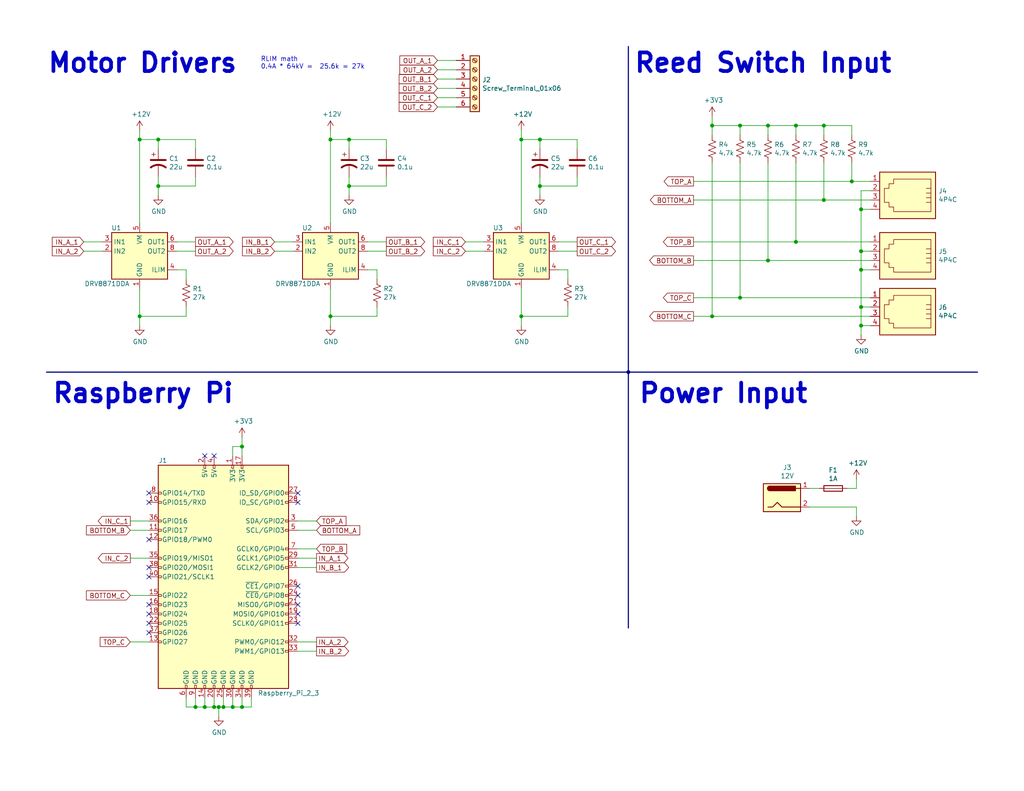
<source format=kicad_sch>
(kicad_sch (version 20230121) (generator eeschema)
  (paper "USLetter")
  (title_block (company "Alex M."))
  (lib_symbols
    (symbol "Connector:4P4C" (pin_names (offset 1.016))
      (property "Reference" "J" (at -5.08 8.89 0))
      (property "Value" "4P4C" (at 2.54 8.89 0))
      (symbol "4P4C_0_1"
        (polyline (pts (xy -6.35 -0.635) (xy -5.08 -0.635) (xy -5.08 -0.635)))
        (polyline (pts (xy -6.35 0.635) (xy -5.08 0.635) (xy -5.08 0.635)))
        (polyline (pts (xy -6.35 1.905) (xy -5.08 1.905) (xy -5.08 1.905)))
        (polyline (pts (xy -6.35 3.175) (xy -5.08 3.175) (xy -5.08 3.175)))
        (polyline (pts (xy -6.35 -3.175) (xy -6.35 5.715) (xy -1.27 5.715) (xy 3.81 5.715) (xy 3.81 4.445) (xy 5.08 4.445) (xy 5.08 3.175) (xy 6.35 3.175) (xy 6.35 -0.635) (xy 5.08 -0.635) (xy 5.08 -1.905) (xy 3.81 -1.905) (xy 3.81 -3.175) (xy -6.35 -3.175) (xy -6.35 -3.175)))
        (rectangle (start 7.62 7.62) (end -7.62 -5.08) (stroke (width 0.254)) (fill (type background)))
      )
      (symbol "4P4C_1_1"
        (pin passive line (at 10.16 -2.54 180) (length 2.54) (name "~") (number "1"))
        (pin passive line (at 10.16 0 180) (length 2.54) (name "~") (number "2"))
        (pin passive line (at 10.16 2.54 180) (length 2.54) (name "~") (number "3"))
        (pin passive line (at 10.16 5.08 180) (length 2.54) (name "~") (number "4"))
      )
    )
    (symbol "Connector:Barrel_Jack" (pin_names (offset 1.016))
      (property "Reference" "J" (at 0 5.334 0))
      (property "Value" "Barrel_Jack" (at 0 -5.08 0))
      (symbol "Barrel_Jack_0_1"
        (rectangle (start -5.08 3.81) (end 5.08 -3.81) (stroke (width 0.254)) (fill (type background)))
        (arc (start -3.302 3.175) (mid -3.9343 2.54) (end -3.302 1.905) (stroke (width 0.254)))
        (arc (start -3.302 3.175) (mid -3.9343 2.54) (end -3.302 1.905) (stroke (width 0.254)) (fill (type outline)))
        (polyline (pts (xy 5.08 2.54) (xy 3.81 2.54)) (stroke (width 0.254)))
        (polyline (pts (xy -3.81 -2.54) (xy -2.54 -2.54) (xy -1.27 -1.27) (xy 0 -2.54) (xy 2.54 -2.54) (xy 5.08 -2.54)) (stroke (width 0.254)))
        (rectangle (start 3.683 3.175) (end -3.302 1.905) (stroke (width 0.254)) (fill (type outline)))
      )
      (symbol "Barrel_Jack_1_1"
        (pin passive line (at 7.62 2.54 180) (length 2.54) (name "~") (number "1"))
        (pin passive line (at 7.62 -2.54 180) (length 2.54) (name "~") (number "2"))
      )
    )
    (symbol "Connector:Raspberry_Pi_2_3" (pin_names (offset 1.016))
      (property "Reference" "J" (at -17.78 31.75 0))
      (property "Value" "Raspberry_Pi_2_3" (at 10.16 -31.75 0))
      (symbol "Raspberry_Pi_2_3_0_1"
        (rectangle (start -17.78 30.48) (end 17.78 -30.48) (stroke (width 0.254)) (fill (type background)))
      )
      (symbol "Raspberry_Pi_2_3_1_1"
        (rectangle (start -16.891 -17.526) (end -17.78 -18.034))
        (rectangle (start -16.891 -14.986) (end -17.78 -15.494))
        (rectangle (start -16.891 -12.446) (end -17.78 -12.954))
        (rectangle (start -16.891 -9.906) (end -17.78 -10.414))
        (rectangle (start -16.891 -7.366) (end -17.78 -7.874))
        (rectangle (start -16.891 -4.826) (end -17.78 -5.334))
        (rectangle (start -16.891 0.254) (end -17.78 -0.254))
        (rectangle (start -16.891 2.794) (end -17.78 2.286))
        (rectangle (start -16.891 5.334) (end -17.78 4.826))
        (rectangle (start -16.891 10.414) (end -17.78 9.906))
        (rectangle (start -16.891 12.954) (end -17.78 12.446))
        (rectangle (start -16.891 15.494) (end -17.78 14.986))
        (rectangle (start -16.891 20.574) (end -17.78 20.066))
        (rectangle (start -16.891 23.114) (end -17.78 22.606))
        (rectangle (start -10.414 -29.591) (end -9.906 -30.48))
        (rectangle (start -7.874 -29.591) (end -7.366 -30.48))
        (rectangle (start -5.334 -29.591) (end -4.826 -30.48))
        (rectangle (start -5.334 30.48) (end -4.826 29.591))
        (rectangle (start -2.794 -29.591) (end -2.286 -30.48))
        (rectangle (start -2.794 30.48) (end -2.286 29.591))
        (rectangle (start -0.254 -29.591) (end 0.254 -30.48))
        (rectangle (start 2.286 -29.591) (end 2.794 -30.48))
        (rectangle (start 2.286 30.48) (end 2.794 29.591))
        (rectangle (start 4.826 -29.591) (end 5.334 -30.48))
        (rectangle (start 4.826 30.48) (end 5.334 29.591))
        (rectangle (start 7.366 -29.591) (end 7.874 -30.48))
        (rectangle (start 17.78 -20.066) (end 16.891 -20.574))
        (rectangle (start 17.78 -17.526) (end 16.891 -18.034))
        (rectangle (start 17.78 -12.446) (end 16.891 -12.954))
        (rectangle (start 17.78 -9.906) (end 16.891 -10.414))
        (rectangle (start 17.78 -7.366) (end 16.891 -7.874))
        (rectangle (start 17.78 -4.826) (end 16.891 -5.334))
        (rectangle (start 17.78 -2.286) (end 16.891 -2.794))
        (rectangle (start 17.78 2.794) (end 16.891 2.286))
        (rectangle (start 17.78 5.334) (end 16.891 4.826))
        (rectangle (start 17.78 7.874) (end 16.891 7.366))
        (rectangle (start 17.78 12.954) (end 16.891 12.446))
        (rectangle (start 17.78 15.494) (end 16.891 14.986))
        (rectangle (start 17.78 20.574) (end 16.891 20.066))
        (rectangle (start 17.78 23.114) (end 16.891 22.606))
        (pin power_in line (at 2.54 33.02 270) (length 2.54) (name "3V3") (number "1"))
        (pin bidirectional line (at -20.32 20.32 0) (length 2.54) (name "GPIO15/RXD") (number "10"))
        (pin bidirectional line (at -20.32 12.7 0) (length 2.54) (name "GPIO17") (number "11"))
        (pin bidirectional line (at -20.32 10.16 0) (length 2.54) (name "GPIO18/PWM0") (number "12"))
        (pin bidirectional line (at -20.32 -17.78 0) (length 2.54) (name "GPIO27") (number "13"))
        (pin power_in line (at -5.08 -33.02 90) (length 2.54) (name "GND") (number "14"))
        (pin bidirectional line (at -20.32 -5.08 0) (length 2.54) (name "GPIO22") (number "15"))
        (pin bidirectional line (at -20.32 -7.62 0) (length 2.54) (name "GPIO23") (number "16"))
        (pin power_in line (at 5.08 33.02 270) (length 2.54) (name "3V3") (number "17"))
        (pin bidirectional line (at -20.32 -10.16 0) (length 2.54) (name "GPIO24") (number "18"))
        (pin bidirectional line (at 20.32 -10.16 180) (length 2.54) (name "MOSI0/GPIO10") (number "19"))
        (pin power_in line (at -5.08 33.02 270) (length 2.54) (name "5V") (number "2"))
        (pin power_in line (at -2.54 -33.02 90) (length 2.54) (name "GND") (number "20"))
        (pin bidirectional line (at 20.32 -7.62 180) (length 2.54) (name "MISO0/GPIO9") (number "21"))
        (pin bidirectional line (at -20.32 -12.7 0) (length 2.54) (name "GPIO25") (number "22"))
        (pin bidirectional line (at 20.32 -12.7 180) (length 2.54) (name "SCLK0/GPIO11") (number "23"))
        (pin bidirectional line (at 20.32 -5.08 180) (length 2.54) (name "~{CE0}/GPIO8") (number "24"))
        (pin power_in line (at 0 -33.02 90) (length 2.54) (name "GND") (number "25"))
        (pin bidirectional line (at 20.32 -2.54 180) (length 2.54) (name "~{CE1}/GPIO7") (number "26"))
        (pin bidirectional line (at 20.32 22.86 180) (length 2.54) (name "ID_SD/GPIO0") (number "27"))
        (pin bidirectional line (at 20.32 20.32 180) (length 2.54) (name "ID_SC/GPIO1") (number "28"))
        (pin bidirectional line (at 20.32 5.08 180) (length 2.54) (name "GCLK1/GPIO5") (number "29"))
        (pin bidirectional line (at 20.32 15.24 180) (length 2.54) (name "SDA/GPIO2") (number "3"))
        (pin power_in line (at 2.54 -33.02 90) (length 2.54) (name "GND") (number "30"))
        (pin bidirectional line (at 20.32 2.54 180) (length 2.54) (name "GCLK2/GPIO6") (number "31"))
        (pin bidirectional line (at 20.32 -17.78 180) (length 2.54) (name "PWM0/GPIO12") (number "32"))
        (pin bidirectional line (at 20.32 -20.32 180) (length 2.54) (name "PWM1/GPIO13") (number "33"))
        (pin power_in line (at 5.08 -33.02 90) (length 2.54) (name "GND") (number "34"))
        (pin bidirectional line (at -20.32 5.08 0) (length 2.54) (name "GPIO19/MISO1") (number "35"))
        (pin bidirectional line (at -20.32 15.24 0) (length 2.54) (name "GPIO16") (number "36"))
        (pin bidirectional line (at -20.32 -15.24 0) (length 2.54) (name "GPIO26") (number "37"))
        (pin bidirectional line (at -20.32 2.54 0) (length 2.54) (name "GPIO20/MOSI1") (number "38"))
        (pin power_in line (at 7.62 -33.02 90) (length 2.54) (name "GND") (number "39"))
        (pin power_in line (at -2.54 33.02 270) (length 2.54) (name "5V") (number "4"))
        (pin bidirectional line (at -20.32 0 0) (length 2.54) (name "GPIO21/SCLK1") (number "40"))
        (pin bidirectional line (at 20.32 12.7 180) (length 2.54) (name "SCL/GPIO3") (number "5"))
        (pin power_in line (at -10.16 -33.02 90) (length 2.54) (name "GND") (number "6"))
        (pin bidirectional line (at 20.32 7.62 180) (length 2.54) (name "GCLK0/GPIO4") (number "7"))
        (pin bidirectional line (at -20.32 22.86 0) (length 2.54) (name "GPIO14/TXD") (number "8"))
        (pin power_in line (at -7.62 -33.02 90) (length 2.54) (name "GND") (number "9"))
      )
    )
    (symbol "Connector:Screw_Terminal_01x06" (pin_names (offset 1.016) hide)
      (property "Reference" "J" (at 0 7.62 0))
      (property "Value" "Screw_Terminal_01x06" (at 0 -10.16 0))
      (symbol "Screw_Terminal_01x06_1_1"
        (rectangle (start -1.27 6.35) (end 1.27 -8.89) (stroke (width 0.254)) (fill (type background)))
        (circle (center 0 -7.62) (radius 0.635) (stroke (width 0.1524)))
        (circle (center 0 -5.08) (radius 0.635) (stroke (width 0.1524)))
        (circle (center 0 -2.54) (radius 0.635) (stroke (width 0.1524)))
        (polyline (pts (xy -0.5334 -7.2898) (xy 0.3302 -8.128)) (stroke (width 0.1524)))
        (polyline (pts (xy -0.5334 -4.7498) (xy 0.3302 -5.588)) (stroke (width 0.1524)))
        (polyline (pts (xy -0.5334 -2.2098) (xy 0.3302 -3.048)) (stroke (width 0.1524)))
        (polyline (pts (xy -0.5334 0.3302) (xy 0.3302 -0.508)) (stroke (width 0.1524)))
        (polyline (pts (xy -0.5334 2.8702) (xy 0.3302 2.032)) (stroke (width 0.1524)))
        (polyline (pts (xy -0.5334 5.4102) (xy 0.3302 4.572)) (stroke (width 0.1524)))
        (polyline (pts (xy -0.3556 -7.112) (xy 0.508 -7.9502)) (stroke (width 0.1524)))
        (polyline (pts (xy -0.3556 -4.572) (xy 0.508 -5.4102)) (stroke (width 0.1524)))
        (polyline (pts (xy -0.3556 -2.032) (xy 0.508 -2.8702)) (stroke (width 0.1524)))
        (polyline (pts (xy -0.3556 0.508) (xy 0.508 -0.3302)) (stroke (width 0.1524)))
        (polyline (pts (xy -0.3556 3.048) (xy 0.508 2.2098)) (stroke (width 0.1524)))
        (polyline (pts (xy -0.3556 5.588) (xy 0.508 4.7498)) (stroke (width 0.1524)))
        (circle (center 0 0) (radius 0.635) (stroke (width 0.1524)))
        (circle (center 0 2.54) (radius 0.635) (stroke (width 0.1524)))
        (circle (center 0 5.08) (radius 0.635) (stroke (width 0.1524)))
        (pin passive line (at -5.08 5.08 0) (length 3.81) (name "Pin_1") (number "1"))
        (pin passive line (at -5.08 2.54 0) (length 3.81) (name "Pin_2") (number "2"))
        (pin passive line (at -5.08 0 0) (length 3.81) (name "Pin_3") (number "3"))
        (pin passive line (at -5.08 -2.54 0) (length 3.81) (name "Pin_4") (number "4"))
        (pin passive line (at -5.08 -5.08 0) (length 3.81) (name "Pin_5") (number "5"))
        (pin passive line (at -5.08 -7.62 0) (length 3.81) (name "Pin_6") (number "6"))
      )
    )
    (symbol "Device:C" (pin_numbers hide) (pin_names (offset 0.254))
      (property "Reference" "C" (at 0.635 2.54 0))
      (property "Value" "C" (at 0.635 -2.54 0))
      (symbol "C_0_1"
        (polyline (pts (xy -2.032 -0.762) (xy 2.032 -0.762)) (stroke (width 0.508)))
        (polyline (pts (xy -2.032 0.762) (xy 2.032 0.762)) (stroke (width 0.508)))
      )
      (symbol "C_1_1"
        (pin passive line (at 0 3.81 270) (length 2.794) (name "~") (number "1"))
        (pin passive line (at 0 -3.81 90) (length 2.794) (name "~") (number "2"))
      )
    )
    (symbol "Device:Fuse" (pin_numbers hide) (pin_names (offset 0))
      (property "Reference" "F" (at 2.032 0 90))
      (property "Value" "Fuse" (at -1.905 0 90))
      (symbol "Fuse_0_1"
        (rectangle (start -0.762 -2.54) (end 0.762 2.54) (stroke (width 0.254)))
        (polyline (pts (xy 0 2.54) (xy 0 -2.54)))
      )
      (symbol "Fuse_1_1"
        (pin passive line (at 0 3.81 270) (length 1.27) (name "~") (number "1"))
        (pin passive line (at 0 -3.81 90) (length 1.27) (name "~") (number "2"))
      )
    )
    (symbol "Device:R_US" (pin_numbers hide) (pin_names (offset 0))
      (property "Reference" "R" (at 2.54 0 90))
      (property "Value" "R_US" (at -2.54 0 90))
      (symbol "R_US_0_1"
        (polyline (pts (xy 0 -2.286) (xy 0 -2.54)))
        (polyline (pts (xy 0 2.286) (xy 0 2.54)))
        (polyline (pts (xy 0 -0.762) (xy 1.016 -1.143) (xy 0 -1.524) (xy -1.016 -1.905) (xy 0 -2.286)))
        (polyline (pts (xy 0 0.762) (xy 1.016 0.381) (xy 0 0) (xy -1.016 -0.381) (xy 0 -0.762)))
        (polyline (pts (xy 0 2.286) (xy 1.016 1.905) (xy 0 1.524) (xy -1.016 1.143) (xy 0 0.762)))
      )
      (symbol "R_US_1_1"
        (pin passive line (at 0 3.81 270) (length 1.27) (name "~") (number "1"))
        (pin passive line (at 0 -3.81 90) (length 1.27) (name "~") (number "2"))
      )
    )
    (symbol "Driver_Motor:DRV8871DDA"
      (property "Reference" "U" (at -6.35 6.35 0))
      (property "Value" "DRV8871DDA" (at 8.89 6.35 0))
      (symbol "DRV8871DDA_0_1"
        (rectangle (start -7.62 5.08) (end 7.62 -7.62) (stroke (width 0.254)) (fill (type background)))
      )
      (symbol "DRV8871DDA_1_1"
        (pin power_in line (at 0 -10.16 90) (length 2.54) (name "GND") (number "1"))
        (pin input line (at -10.16 0 0) (length 2.54) (name "IN2") (number "2"))
        (pin input line (at -10.16 2.54 0) (length 2.54) (name "IN1") (number "3"))
        (pin passive line (at 10.16 -5.08 180) (length 2.54) (name "ILIM") (number "4"))
        (pin power_in line (at 0 7.62 270) (length 2.54) (name "VM") (number "5"))
        (pin output line (at 10.16 2.54 180) (length 2.54) (name "OUT1") (number "6"))
        (pin passive line (at 0 -10.16 90) (length 2.54) hide (name "GND") (number "7"))
        (pin output line (at 10.16 0 180) (length 2.54) (name "OUT2") (number "8"))
        (pin passive line (at 0 -10.16 90) (length 2.54) hide (name "GND") (number "9"))
      )
    )
    (symbol "cover-rescue:CP1-Device" (pin_numbers hide) (pin_names (offset 0.254) hide)
      (property "Reference" "C" (at 0.635 2.54 0))
      (property "Value" "Device_CP1" (at 0.635 -2.54 0))
      (symbol "CP1-Device_0_1"
        (polyline (pts (xy -2.032 0.762) (xy 2.032 0.762)) (stroke (width 0.508)))
        (polyline (pts (xy -1.778 2.286) (xy -0.762 2.286)))
        (polyline (pts (xy -1.27 1.778) (xy -1.27 2.794)))
        (arc (start 2.032 -1.27) (mid 0 -0.5572) (end -2.032 -1.27) (stroke (width 0.508)))
      )
      (symbol "CP1-Device_1_1"
        (pin passive line (at 0 3.81 270) (length 2.794) (name "~") (number "1"))
        (pin passive line (at 0 -3.81 90) (length 3.302) (name "~") (number "2"))
      )
    )
    (symbol "power:+12V" (power) (pin_names (offset 0))
      (property "Value" "+12V" (at 0 3.556 0))
      (symbol "+12V_0_1"
        (polyline (pts (xy -0.762 1.27) (xy 0 2.54)))
        (polyline (pts (xy 0 0) (xy 0 2.54)))
        (polyline (pts (xy 0 2.54) (xy 0.762 1.27)))
      )
      (symbol "+12V_1_1"
        (pin power_in line (at 0 0 90) (length 0) hide (name "+12V") (number "1"))
      )
    )
    (symbol "power:+3V3" (power) (pin_names (offset 0))
      (property "Value" "+3V3" (at 0 3.556 0))
      (symbol "+3V3_0_1"
        (polyline (pts (xy -0.762 1.27) (xy 0 2.54)))
        (polyline (pts (xy 0 0) (xy 0 2.54)))
        (polyline (pts (xy 0 2.54) (xy 0.762 1.27)))
      )
      (symbol "+3V3_1_1"
        (pin power_in line (at 0 0 90) (length 0) hide (name "+3V3") (number "1"))
      )
    )
    (symbol "power:GND" (power) (pin_names (offset 0))
      (property "Value" "GND" (at 0 -3.81 0))
      (symbol "GND_0_1"
        (polyline (pts (xy 0 0) (xy 0 -1.27) (xy 1.27 -1.27) (xy 0 -2.54) (xy -1.27 -1.27) (xy 0 -1.27)))
      )
      (symbol "GND_1_1"
        (pin power_in line (at 0 0 270) (length 0) hide (name "GND") (number "1"))
      )
    )
  )
  (junction (at 209.55 71.12))
  (junction (at 58.42 193.04))
  (junction (at 63.5 193.04))
  (junction (at 60.96 193.04))
  (junction (at 142.24 38.1))
  (junction (at 234.95 68.58))
  (junction (at 209.55 34.29))
  (junction (at 66.04 121.92))
  (junction (at 38.1 38.1))
  (junction (at 142.24 86.36))
  (junction (at 194.31 34.29))
  (junction (at 234.95 88.9))
  (junction (at 234.95 73.66))
  (junction (at 224.79 34.29))
  (junction (at 232.41 49.53))
  (junction (at 201.93 34.29))
  (junction (at 95.25 38.1))
  (junction (at 53.34 193.04))
  (junction (at 201.93 81.28))
  (junction (at 234.95 83.82))
  (junction (at 224.79 54.61))
  (junction (at 59.69 193.04))
  (junction (at 217.17 66.04))
  (junction (at 38.1 86.36))
  (junction (at 95.25 50.8))
  (junction (at 43.18 38.1))
  (junction (at 234.95 57.15))
  (junction (at 147.32 50.8))
  (junction (at 171.45 101.6))
  (junction (at 66.04 193.04))
  (junction (at 43.18 50.8))
  (junction (at 147.32 38.1))
  (junction (at 217.17 34.29))
  (junction (at 55.88 193.04))
  (junction (at 90.17 86.36))
  (junction (at 90.17 38.1))
  (junction (at 194.31 86.36))
  (no_connect (at 81.28 134.62))
  (no_connect (at 40.64 134.62))
  (no_connect (at 81.28 170.18))
  (no_connect (at 81.28 162.56))
  (no_connect (at 40.64 137.16))
  (no_connect (at 40.64 147.32))
  (no_connect (at 40.64 157.48))
  (no_connect (at 40.64 170.18))
  (no_connect (at 81.28 165.1))
  (no_connect (at 40.64 167.64))
  (no_connect (at 40.64 172.72))
  (no_connect (at 81.28 137.16))
  (no_connect (at 81.28 167.64))
  (no_connect (at 40.64 165.1))
  (no_connect (at 55.88 124.46))
  (no_connect (at 81.28 160.02))
  (no_connect (at 58.42 124.46))
  (no_connect (at 40.64 154.94))
  (wire (pts (xy 237.49 57.15) (xy 234.95 57.15)))
  (wire (pts (xy 81.28 175.26) (xy 86.36 175.26)))
  (wire (pts (xy 105.41 50.8) (xy 105.41 48.26)))
  (wire (pts (xy 90.17 38.1) (xy 90.17 60.96)))
  (wire (pts (xy 127 66.04) (xy 132.08 66.04)))
  (wire (pts (xy 209.55 34.29) (xy 209.55 36.83)))
  (wire (pts (xy 95.25 38.1) (xy 90.17 38.1)))
  (wire (pts (xy 100.33 66.04) (xy 105.41 66.04)))
  (wire (pts (xy 100.33 68.58) (xy 105.41 68.58)))
  (wire (pts (xy 102.87 73.66) (xy 102.87 76.2)))
  (wire (pts (xy 60.96 190.5) (xy 60.96 193.04)))
  (wire (pts (xy 63.5 121.92) (xy 66.04 121.92)))
  (wire (pts (xy 81.28 144.78) (xy 86.36 144.78)))
  (wire (pts (xy 48.26 66.04) (xy 53.34 66.04)))
  (wire (pts (xy 233.68 133.35) (xy 233.68 130.81)))
  (wire (pts (xy 53.34 190.5) (xy 53.34 193.04)))
  (wire (pts (xy 105.41 38.1) (xy 105.41 40.64)))
  (wire (pts (xy 119.38 24.13) (xy 124.46 24.13)))
  (wire (pts (xy 55.88 190.5) (xy 55.88 193.04)))
  (wire (pts (xy 119.38 19.05) (xy 124.46 19.05)))
  (wire (pts (xy 81.28 177.8) (xy 86.36 177.8)))
  (wire (pts (xy 217.17 34.29) (xy 217.17 36.83)))
  (wire (pts (xy 58.42 190.5) (xy 58.42 193.04)))
  (wire (pts (xy 43.18 48.26) (xy 43.18 50.8)))
  (wire (pts (xy 100.33 73.66) (xy 102.87 73.66)))
  (wire (pts (xy 152.4 73.66) (xy 154.94 73.66)))
  (wire (pts (xy 201.93 81.28) (xy 201.93 44.45)))
  (wire (pts (xy 147.32 53.34) (xy 147.32 50.8)))
  (wire (pts (xy 66.04 121.92) (xy 66.04 124.46)))
  (wire (pts (xy 35.56 175.26) (xy 40.64 175.26)))
  (wire (pts (xy 189.23 81.28) (xy 201.93 81.28)))
  (wire (pts (xy 217.17 34.29) (xy 224.79 34.29)))
  (wire (pts (xy 43.18 50.8) (xy 53.34 50.8)))
  (wire (pts (xy 38.1 38.1) (xy 38.1 60.96)))
  (bus (pts (xy 171.45 101.6) (xy 266.7 101.6)))
  (wire (pts (xy 217.17 66.04) (xy 189.23 66.04)))
  (wire (pts (xy 224.79 54.61) (xy 224.79 44.45)))
  (wire (pts (xy 209.55 71.12) (xy 209.55 44.45)))
  (wire (pts (xy 95.25 48.26) (xy 95.25 50.8)))
  (wire (pts (xy 38.1 86.36) (xy 38.1 88.9)))
  (wire (pts (xy 74.93 68.58) (xy 80.01 68.58)))
  (wire (pts (xy 237.49 73.66) (xy 234.95 73.66)))
  (wire (pts (xy 48.26 73.66) (xy 50.8 73.66)))
  (wire (pts (xy 68.58 193.04) (xy 68.58 190.5)))
  (wire (pts (xy 35.56 162.56) (xy 40.64 162.56)))
  (wire (pts (xy 147.32 50.8) (xy 157.48 50.8)))
  (wire (pts (xy 231.14 133.35) (xy 233.68 133.35)))
  (wire (pts (xy 81.28 152.4) (xy 86.36 152.4)))
  (wire (pts (xy 55.88 193.04) (xy 58.42 193.04)))
  (bus (pts (xy 12.7 101.6) (xy 171.45 101.6)))
  (wire (pts (xy 90.17 78.74) (xy 90.17 86.36)))
  (wire (pts (xy 232.41 34.29) (xy 232.41 36.83)))
  (wire (pts (xy 237.49 49.53) (xy 232.41 49.53)))
  (wire (pts (xy 50.8 83.82) (xy 50.8 86.36)))
  (wire (pts (xy 217.17 66.04) (xy 217.17 44.45)))
  (wire (pts (xy 40.64 142.24) (xy 35.56 142.24)))
  (wire (pts (xy 127 68.58) (xy 132.08 68.58)))
  (wire (pts (xy 119.38 21.59) (xy 124.46 21.59)))
  (wire (pts (xy 152.4 66.04) (xy 157.48 66.04)))
  (wire (pts (xy 224.79 34.29) (xy 224.79 36.83)))
  (wire (pts (xy 224.79 34.29) (xy 232.41 34.29)))
  (wire (pts (xy 157.48 50.8) (xy 157.48 48.26)))
  (wire (pts (xy 63.5 190.5) (xy 63.5 193.04)))
  (wire (pts (xy 147.32 48.26) (xy 147.32 50.8)))
  (wire (pts (xy 234.95 83.82) (xy 234.95 88.9)))
  (wire (pts (xy 48.26 68.58) (xy 53.34 68.58)))
  (wire (pts (xy 22.86 66.04) (xy 27.94 66.04)))
  (wire (pts (xy 220.98 133.35) (xy 223.52 133.35)))
  (wire (pts (xy 102.87 83.82) (xy 102.87 86.36)))
  (wire (pts (xy 22.86 68.58) (xy 27.94 68.58)))
  (wire (pts (xy 63.5 193.04) (xy 66.04 193.04)))
  (wire (pts (xy 220.98 138.43) (xy 233.68 138.43)))
  (wire (pts (xy 194.31 34.29) (xy 194.31 31.75)))
  (bus (pts (xy 171.45 101.6) (xy 171.45 171.45)))
  (wire (pts (xy 119.38 26.67) (xy 124.46 26.67)))
  (wire (pts (xy 142.24 38.1) (xy 142.24 60.96)))
  (wire (pts (xy 237.49 71.12) (xy 209.55 71.12)))
  (wire (pts (xy 119.38 29.21) (xy 124.46 29.21)))
  (wire (pts (xy 53.34 193.04) (xy 55.88 193.04)))
  (wire (pts (xy 157.48 38.1) (xy 157.48 40.64)))
  (wire (pts (xy 237.49 68.58) (xy 234.95 68.58)))
  (wire (pts (xy 234.95 73.66) (xy 234.95 83.82)))
  (wire (pts (xy 147.32 40.64) (xy 147.32 38.1)))
  (wire (pts (xy 237.49 83.82) (xy 234.95 83.82)))
  (wire (pts (xy 66.04 190.5) (xy 66.04 193.04)))
  (wire (pts (xy 209.55 34.29) (xy 217.17 34.29)))
  (wire (pts (xy 237.49 52.07) (xy 234.95 52.07)))
  (wire (pts (xy 147.32 38.1) (xy 142.24 38.1)))
  (wire (pts (xy 237.49 86.36) (xy 194.31 86.36)))
  (wire (pts (xy 50.8 73.66) (xy 50.8 76.2)))
  (wire (pts (xy 50.8 86.36) (xy 38.1 86.36)))
  (wire (pts (xy 81.28 149.86) (xy 86.36 149.86)))
  (wire (pts (xy 237.49 88.9) (xy 234.95 88.9)))
  (wire (pts (xy 50.8 190.5) (xy 50.8 193.04)))
  (wire (pts (xy 59.69 195.58) (xy 59.69 193.04)))
  (wire (pts (xy 194.31 34.29) (xy 201.93 34.29)))
  (wire (pts (xy 38.1 78.74) (xy 38.1 86.36)))
  (wire (pts (xy 58.42 193.04) (xy 59.69 193.04)))
  (wire (pts (xy 154.94 83.82) (xy 154.94 86.36)))
  (wire (pts (xy 147.32 38.1) (xy 157.48 38.1)))
  (wire (pts (xy 63.5 124.46) (xy 63.5 121.92)))
  (wire (pts (xy 38.1 38.1) (xy 38.1 35.56)))
  (wire (pts (xy 152.4 68.58) (xy 157.48 68.58)))
  (wire (pts (xy 66.04 121.92) (xy 66.04 119.38)))
  (wire (pts (xy 90.17 38.1) (xy 90.17 35.56)))
  (wire (pts (xy 237.49 81.28) (xy 201.93 81.28)))
  (wire (pts (xy 189.23 71.12) (xy 209.55 71.12)))
  (wire (pts (xy 74.93 66.04) (xy 80.01 66.04)))
  (wire (pts (xy 154.94 86.36) (xy 142.24 86.36)))
  (wire (pts (xy 50.8 193.04) (xy 53.34 193.04)))
  (wire (pts (xy 232.41 49.53) (xy 232.41 44.45)))
  (wire (pts (xy 90.17 86.36) (xy 90.17 88.9)))
  (wire (pts (xy 35.56 144.78) (xy 40.64 144.78)))
  (wire (pts (xy 43.18 38.1) (xy 38.1 38.1)))
  (wire (pts (xy 234.95 68.58) (xy 234.95 73.66)))
  (wire (pts (xy 194.31 36.83) (xy 194.31 34.29)))
  (wire (pts (xy 81.28 142.24) (xy 86.36 142.24)))
  (wire (pts (xy 53.34 50.8) (xy 53.34 48.26)))
  (wire (pts (xy 237.49 66.04) (xy 217.17 66.04)))
  (wire (pts (xy 95.25 53.34) (xy 95.25 50.8)))
  (wire (pts (xy 232.41 49.53) (xy 189.23 49.53)))
  (wire (pts (xy 95.25 50.8) (xy 105.41 50.8)))
  (wire (pts (xy 224.79 54.61) (xy 189.23 54.61)))
  (wire (pts (xy 154.94 73.66) (xy 154.94 76.2)))
  (wire (pts (xy 142.24 86.36) (xy 142.24 88.9)))
  (wire (pts (xy 237.49 54.61) (xy 224.79 54.61)))
  (wire (pts (xy 234.95 57.15) (xy 234.95 68.58)))
  (wire (pts (xy 201.93 34.29) (xy 201.93 36.83)))
  (wire (pts (xy 95.25 40.64) (xy 95.25 38.1)))
  (wire (pts (xy 142.24 78.74) (xy 142.24 86.36)))
  (wire (pts (xy 189.23 86.36) (xy 194.31 86.36)))
  (wire (pts (xy 43.18 40.64) (xy 43.18 38.1)))
  (wire (pts (xy 59.69 193.04) (xy 60.96 193.04)))
  (wire (pts (xy 234.95 88.9) (xy 234.95 91.44)))
  (wire (pts (xy 194.31 86.36) (xy 194.31 44.45)))
  (wire (pts (xy 81.28 154.94) (xy 86.36 154.94)))
  (wire (pts (xy 60.96 193.04) (xy 63.5 193.04)))
  (wire (pts (xy 43.18 38.1) (xy 53.34 38.1)))
  (wire (pts (xy 66.04 193.04) (xy 68.58 193.04)))
  (bus (pts (xy 171.45 101.6) (xy 171.45 12.7)))
  (wire (pts (xy 119.38 16.51) (xy 124.46 16.51)))
  (wire (pts (xy 102.87 86.36) (xy 90.17 86.36)))
  (wire (pts (xy 43.18 53.34) (xy 43.18 50.8)))
  (wire (pts (xy 53.34 38.1) (xy 53.34 40.64)))
  (wire (pts (xy 201.93 34.29) (xy 209.55 34.29)))
  (wire (pts (xy 95.25 38.1) (xy 105.41 38.1)))
  (wire (pts (xy 35.56 152.4) (xy 40.64 152.4)))
  (wire (pts (xy 233.68 138.43) (xy 233.68 140.97)))
  (wire (pts (xy 234.95 52.07) (xy 234.95 57.15)))
  (wire (pts (xy 142.24 38.1) (xy 142.24 35.56)))
  (text "Power Input" (at 173.99 110.49 0) (effects (font (size 5.08 5.08) (thickness 1.016) bold) (justify left bottom)))
  (text "Raspberry Pi" (at 13.97 110.49 0) (effects (font (size 5.08 5.08) (thickness 1.016) bold) (justify left bottom)))
  (text "Motor Drivers" (at 12.7 20.32 0) (effects (font (size 5.08 5.08) (thickness 1.016) bold) (justify left bottom)))
  (text "Reed Switch Input" (at 172.72 20.32 0) (effects (font (size 5.08 5.08) (thickness 1.016) bold) (justify left bottom)))
  (text "RLIM math\n0.4A * 64kV =  25.6k = 27k" (at 71.12 19.05 0) (effects (font (size 1.27 1.27)) (justify left bottom)))
  (global_label "IN_B_1" (shape input) (at 74.93 66.04 180) (property "Intersheetrefs" "${INTERSHEET_REFS}" (effects hide)))
  (global_label "TOP_A" (shape output) (at 189.23 49.53 180) (property "Intersheetrefs" "${INTERSHEET_REFS}" (effects hide)))
  (global_label "IN_B_2" (shape input) (at 74.93 68.58 180) (property "Intersheetrefs" "${INTERSHEET_REFS}" (effects hide)))
  (global_label "OUT_A_1" (shape input) (at 119.38 16.51 180) (property "Intersheetrefs" "${INTERSHEET_REFS}" (effects hide)))
  (global_label "BOTTOM_B" (shape input) (at 35.56 144.78 180) (property "Intersheetrefs" "${INTERSHEET_REFS}" (effects hide)))
  (global_label "OUT_C_1" (shape input) (at 119.38 26.67 180) (property "Intersheetrefs" "${INTERSHEET_REFS}" (effects hide)))
  (global_label "OUT_B_1" (shape input) (at 119.38 21.59 180) (property "Intersheetrefs" "${INTERSHEET_REFS}" (effects hide)))
  (global_label "BOTTOM_A" (shape output) (at 189.23 54.61 180) (property "Intersheetrefs" "${INTERSHEET_REFS}" (effects hide)))
  (global_label "IN_A_2" (shape input) (at 22.86 68.58 180) (property "Intersheetrefs" "${INTERSHEET_REFS}" (effects hide)))
  (global_label "OUT_B_2" (shape output) (at 105.41 68.58 0) (property "Intersheetrefs" "${INTERSHEET_REFS}" (effects hide)))
  (global_label "IN_A_2" (shape output) (at 86.36 175.26 0) (property "Intersheetrefs" "${INTERSHEET_REFS}" (effects hide)))
  (global_label "IN_C_2" (shape input) (at 127 68.58 180) (property "Intersheetrefs" "${INTERSHEET_REFS}" (effects hide)))
  (global_label "OUT_C_2" (shape output) (at 157.48 68.58 0) (property "Intersheetrefs" "${INTERSHEET_REFS}" (effects hide)))
  (global_label "IN_C_1" (shape input) (at 127 66.04 180) (property "Intersheetrefs" "${INTERSHEET_REFS}" (effects hide)))
  (global_label "TOP_C" (shape output) (at 189.23 81.28 180) (property "Intersheetrefs" "${INTERSHEET_REFS}" (effects hide)))
  (global_label "OUT_C_2" (shape input) (at 119.38 29.21 180) (property "Intersheetrefs" "${INTERSHEET_REFS}" (effects hide)))
  (global_label "OUT_A_1" (shape output) (at 53.34 66.04 0) (property "Intersheetrefs" "${INTERSHEET_REFS}" (effects hide)))
  (global_label "OUT_B_2" (shape input) (at 119.38 24.13 180) (property "Intersheetrefs" "${INTERSHEET_REFS}" (effects hide)))
  (global_label "TOP_B" (shape input) (at 86.36 149.86 0) (property "Intersheetrefs" "${INTERSHEET_REFS}" (effects hide)))
  (global_label "TOP_A" (shape input) (at 86.36 142.24 0) (property "Intersheetrefs" "${INTERSHEET_REFS}" (effects hide)))
  (global_label "BOTTOM_C" (shape output) (at 189.23 86.36 180) (property "Intersheetrefs" "${INTERSHEET_REFS}" (effects hide)))
  (global_label "OUT_C_1" (shape output) (at 157.48 66.04 0) (property "Intersheetrefs" "${INTERSHEET_REFS}" (effects hide)))
  (global_label "IN_B_2" (shape output) (at 86.36 177.8 0) (property "Intersheetrefs" "${INTERSHEET_REFS}" (effects hide)))
  (global_label "OUT_A_2" (shape input) (at 119.38 19.05 180) (property "Intersheetrefs" "${INTERSHEET_REFS}" (effects hide)))
  (global_label "IN_A_1" (shape output) (at 86.36 152.4 0) (property "Intersheetrefs" "${INTERSHEET_REFS}" (effects hide)))
  (global_label "IN_C_1" (shape output) (at 35.56 142.24 180) (property "Intersheetrefs" "${INTERSHEET_REFS}" (effects hide)))
  (global_label "TOP_B" (shape output) (at 189.23 66.04 180) (property "Intersheetrefs" "${INTERSHEET_REFS}" (effects hide)))
  (global_label "IN_A_1" (shape input) (at 22.86 66.04 180) (property "Intersheetrefs" "${INTERSHEET_REFS}" (effects hide)))
  (global_label "BOTTOM_A" (shape input) (at 86.36 144.78 0) (property "Intersheetrefs" "${INTERSHEET_REFS}" (effects hide)))
  (global_label "TOP_C" (shape input) (at 35.56 175.26 180) (property "Intersheetrefs" "${INTERSHEET_REFS}" (effects hide)))
  (global_label "BOTTOM_B" (shape output) (at 189.23 71.12 180) (property "Intersheetrefs" "${INTERSHEET_REFS}" (effects hide)))
  (global_label "OUT_A_2" (shape output) (at 53.34 68.58 0) (property "Intersheetrefs" "${INTERSHEET_REFS}" (effects hide)))
  (global_label "IN_B_1" (shape output) (at 86.36 154.94 0) (property "Intersheetrefs" "${INTERSHEET_REFS}" (effects hide)))
  (global_label "BOTTOM_C" (shape input) (at 35.56 162.56 180) (property "Intersheetrefs" "${INTERSHEET_REFS}" (effects hide)))
  (global_label "IN_C_2" (shape output) (at 35.56 152.4 180) (property "Intersheetrefs" "${INTERSHEET_REFS}" (effects hide)))
  (global_label "OUT_B_1" (shape output) (at 105.41 66.04 0) (property "Intersheetrefs" "${INTERSHEET_REFS}" (effects hide)))
  (symbol (lib_id "Connector:Raspberry_Pi_2_3") (at 60.96 157.48 0) (unit 1)
    (property "Reference" "J1" (at 44.45 125.73 0))
    (property "Value" "Raspberry_Pi_2_3" (at 78.74 189.23 0))
    (property "Footprint" "Connector_PinHeader_2.54mm:PinHeader_2x20_P2.54mm_Vertical" (effects hide))
    (property "Datasheet" "https://www.raspberrypi.org/documentation/hardware/raspberrypi/schematics/rpi_SCH_3bplus_1p0_reduced.pdf" (effects hide))
  )
  (symbol (lib_id "power:GND") (at 59.69 195.58 0) (unit 1)
    (property "Reference" "#PWR0101" (effects hide))
    (property "Value" "GND" (at 59.817 199.9742 0))
  )
  (symbol (lib_id "power:+3V3") (at 66.04 119.38 0) (unit 1)
    (property "Reference" "#PWR0102" (effects hide))
    (property "Value" "+3V3" (at 66.421 114.9858 0))
  )
  (symbol (lib_id "Driver_Motor:DRV8871DDA") (at 38.1 68.58 0) (unit 1)
    (property "Reference" "U1" (at 31.75 62.23 0))
    (property "Value" "DRV8871DDA" (at 29.21 77.47 0))
    (property "Footprint" "Package_SO:Texas_HTSOP-8-1EP_3.9x4.9mm_P1.27mm_EP2.95x4.9mm_Mask2.4x3.1mm_ThermalVias" (effects hide))
    (property "Datasheet" "http://www.ti.com/lit/ds/symlink/drv8871.pdf" (effects hide))
  )
  (symbol (lib_id "Device:R_US") (at 50.8 80.01 0) (unit 1)
    (property "Reference" "R1" (at 52.5272 78.8416 0) (effects (justify left)))
    (property "Value" "27k" (at 52.5272 81.153 0) (effects (justify left)))
    (property "Footprint" "Resistor_SMD:R_0603_1608Metric" (effects hide))
  )
  (symbol (lib_id "power:GND") (at 38.1 88.9 0) (unit 1)
    (property "Reference" "#PWR0107" (effects hide))
    (property "Value" "GND" (at 38.227 93.2942 0))
  )
  (symbol (lib_id "cover-rescue:CP1-Device") (at 43.18 44.45 0) (unit 1)
    (property "Reference" "C1" (at 46.101 43.2816 0) (effects (justify left)))
    (property "Value" "22u" (at 46.101 45.593 0) (effects (justify left)))
    (property "Footprint" "Capacitor_THT:CP_Radial_D5.0mm_P2.00mm" (effects hide))
  )
  (symbol (lib_id "Device:C") (at 53.34 44.45 0) (unit 1)
    (property "Reference" "C2" (at 56.261 43.2816 0) (effects (justify left)))
    (property "Value" "0.1u" (at 56.261 45.593 0) (effects (justify left)))
    (property "Footprint" "Capacitor_SMD:C_0603_1608Metric" (effects hide))
  )
  (symbol (lib_id "power:+12V") (at 38.1 35.56 0) (unit 1)
    (property "Reference" "#PWR0106" (effects hide))
    (property "Value" "+12V" (at 38.481 31.1658 0))
  )
  (symbol (lib_id "power:GND") (at 43.18 53.34 0) (unit 1)
    (property "Reference" "#PWR0105" (effects hide))
    (property "Value" "GND" (at 43.307 57.7342 0))
  )
  (symbol (lib_id "Device:R_US") (at 232.41 40.64 0) (unit 1)
    (property "Reference" "R9" (at 234.1372 39.4716 0) (effects (justify left)))
    (property "Value" "4.7k" (at 234.1372 41.783 0) (effects (justify left)))
    (property "Footprint" "Resistor_SMD:R_0603_1608Metric" (effects hide))
  )
  (symbol (lib_id "Connector:Barrel_Jack") (at 213.36 135.89 0) (unit 1)
    (property "Reference" "J3" (at 214.8078 127.635 0))
    (property "Value" "12V" (at 214.8078 129.9464 0))
    (property "Footprint" "Connector_BarrelJack:BarrelJack_CUI_PJ-102AH_Horizontal" (effects hide))
  )
  (symbol (lib_id "Connector:4P4C") (at 247.65 52.07 180) (unit 1)
    (property "Reference" "J4" (at 256.032 52.1716 0) (effects (justify right)))
    (property "Value" "4P4C" (at 256.032 54.483 0) (effects (justify right)))
    (property "Footprint" "Alex:A-2004-3-4-LP-N-R" (effects hide))
  )
  (symbol (lib_id "power:GND") (at 233.68 140.97 0) (unit 1)
    (property "Reference" "#PWR0103" (effects hide))
    (property "Value" "GND" (at 233.807 145.3642 0))
  )
  (symbol (lib_id "Device:Fuse") (at 227.33 133.35 270) (unit 1)
    (property "Reference" "F1" (at 227.33 128.3462 90))
    (property "Value" "1A" (at 227.33 130.6576 90))
    (property "Footprint" "Fuse:Fuseholder_Cylinder-5x20mm_Schurter_0031_8201_Horizontal_Open" (effects hide))
  )
  (symbol (lib_id "power:+12V") (at 233.68 130.81 0) (unit 1)
    (property "Reference" "#PWR0104" (effects hide))
    (property "Value" "+12V" (at 234.061 126.4158 0))
  )
  (symbol (lib_id "Device:R_US") (at 224.79 40.64 0) (unit 1)
    (property "Reference" "R8" (at 226.5172 39.4716 0) (effects (justify left)))
    (property "Value" "4.7k" (at 226.5172 41.783 0) (effects (justify left)))
    (property "Footprint" "Resistor_SMD:R_0603_1608Metric" (effects hide))
  )
  (symbol (lib_id "Device:R_US") (at 217.17 40.64 0) (unit 1)
    (property "Reference" "R7" (at 218.8972 39.4716 0) (effects (justify left)))
    (property "Value" "4.7k" (at 218.8972 41.783 0) (effects (justify left)))
    (property "Footprint" "Resistor_SMD:R_0603_1608Metric" (effects hide))
  )
  (symbol (lib_id "Device:R_US") (at 209.55 40.64 0) (unit 1)
    (property "Reference" "R6" (at 211.2772 39.4716 0) (effects (justify left)))
    (property "Value" "4.7k" (at 211.2772 41.783 0) (effects (justify left)))
    (property "Footprint" "Resistor_SMD:R_0603_1608Metric" (effects hide))
  )
  (symbol (lib_id "Device:R_US") (at 201.93 40.64 0) (unit 1)
    (property "Reference" "R5" (at 203.6572 39.4716 0) (effects (justify left)))
    (property "Value" "4.7k" (at 203.6572 41.783 0) (effects (justify left)))
    (property "Footprint" "Resistor_SMD:R_0603_1608Metric" (effects hide))
  )
  (symbol (lib_id "Device:R_US") (at 194.31 40.64 0) (unit 1)
    (property "Reference" "R4" (at 196.0372 39.4716 0) (effects (justify left)))
    (property "Value" "4.7k" (at 196.0372 41.783 0) (effects (justify left)))
    (property "Footprint" "Resistor_SMD:R_0603_1608Metric" (effects hide))
  )
  (symbol (lib_id "power:+3V3") (at 194.31 31.75 0) (unit 1)
    (property "Reference" "#PWR0108" (effects hide))
    (property "Value" "+3V3" (at 194.691 27.3558 0))
  )
  (symbol (lib_id "power:GND") (at 234.95 91.44 0) (unit 1)
    (property "Reference" "#PWR0109" (effects hide))
    (property "Value" "GND" (at 235.077 95.8342 0))
  )
  (symbol (lib_id "Connector:Screw_Terminal_01x06") (at 129.54 21.59 0) (unit 1)
    (property "Reference" "J2" (at 131.572 21.7932 0) (effects (justify left)))
    (property "Value" "Screw_Terminal_01x06" (at 131.572 24.1046 0) (effects (justify left)))
    (property "Footprint" "TerminalBlock_Phoenix:TerminalBlock_Phoenix_MKDS-1,5-6_1x06_P5.00mm_Horizontal" (effects hide))
  )
  (symbol (lib_id "power:GND") (at 95.25 53.34 0) (unit 1)
    (property "Reference" "#PWR0110" (effects hide))
    (property "Value" "GND" (at 95.377 57.7342 0))
  )
  (symbol (lib_id "power:+12V") (at 90.17 35.56 0) (unit 1)
    (property "Reference" "#PWR0111" (effects hide))
    (property "Value" "+12V" (at 90.551 31.1658 0))
  )
  (symbol (lib_id "Device:C") (at 105.41 44.45 0) (unit 1)
    (property "Reference" "C4" (at 108.331 43.2816 0) (effects (justify left)))
    (property "Value" "0.1u" (at 108.331 45.593 0) (effects (justify left)))
    (property "Footprint" "Capacitor_SMD:C_0603_1608Metric" (effects hide))
  )
  (symbol (lib_id "cover-rescue:CP1-Device") (at 95.25 44.45 0) (unit 1)
    (property "Reference" "C3" (at 98.171 43.2816 0) (effects (justify left)))
    (property "Value" "22u" (at 98.171 45.593 0) (effects (justify left)))
    (property "Footprint" "Capacitor_THT:CP_Radial_D5.0mm_P2.00mm" (effects hide))
  )
  (symbol (lib_id "power:GND") (at 90.17 88.9 0) (unit 1)
    (property "Reference" "#PWR0112" (effects hide))
    (property "Value" "GND" (at 90.297 93.2942 0))
  )
  (symbol (lib_id "Driver_Motor:DRV8871DDA") (at 90.17 68.58 0) (unit 1)
    (property "Reference" "U2" (at 83.82 62.23 0))
    (property "Value" "DRV8871DDA" (at 81.28 77.47 0))
    (property "Footprint" "Package_SO:Texas_HTSOP-8-1EP_3.9x4.9mm_P1.27mm_EP2.95x4.9mm_Mask2.4x3.1mm_ThermalVias" (effects hide))
    (property "Datasheet" "http://www.ti.com/lit/ds/symlink/drv8871.pdf" (effects hide))
  )
  (symbol (lib_id "power:GND") (at 147.32 53.34 0) (unit 1)
    (property "Reference" "#PWR0113" (effects hide))
    (property "Value" "GND" (at 147.447 57.7342 0))
  )
  (symbol (lib_id "power:+12V") (at 142.24 35.56 0) (unit 1)
    (property "Reference" "#PWR0114" (effects hide))
    (property "Value" "+12V" (at 142.621 31.1658 0))
  )
  (symbol (lib_id "Device:C") (at 157.48 44.45 0) (unit 1)
    (property "Reference" "C6" (at 160.401 43.2816 0) (effects (justify left)))
    (property "Value" "0.1u" (at 160.401 45.593 0) (effects (justify left)))
    (property "Footprint" "Capacitor_SMD:C_0603_1608Metric" (effects hide))
  )
  (symbol (lib_id "cover-rescue:CP1-Device") (at 147.32 44.45 0) (unit 1)
    (property "Reference" "C5" (at 150.241 43.2816 0) (effects (justify left)))
    (property "Value" "22u" (at 150.241 45.593 0) (effects (justify left)))
    (property "Footprint" "Capacitor_THT:CP_Radial_D5.0mm_P2.00mm" (effects hide))
  )
  (symbol (lib_id "power:GND") (at 142.24 88.9 0) (unit 1)
    (property "Reference" "#PWR0115" (effects hide))
    (property "Value" "GND" (at 142.367 93.2942 0))
  )
  (symbol (lib_id "Driver_Motor:DRV8871DDA") (at 142.24 68.58 0) (unit 1)
    (property "Reference" "U3" (at 135.89 62.23 0))
    (property "Value" "DRV8871DDA" (at 133.35 77.47 0))
    (property "Footprint" "Package_SO:Texas_HTSOP-8-1EP_3.9x4.9mm_P1.27mm_EP2.95x4.9mm_Mask2.4x3.1mm_ThermalVias" (effects hide))
    (property "Datasheet" "http://www.ti.com/lit/ds/symlink/drv8871.pdf" (effects hide))
  )
  (symbol (lib_id "Connector:4P4C") (at 247.65 68.58 180) (unit 1)
    (property "Reference" "J5" (at 256.032 68.6816 0) (effects (justify right)))
    (property "Value" "4P4C" (at 256.032 70.993 0) (effects (justify right)))
    (property "Footprint" "Alex:A-2004-3-4-LP-N-R" (effects hide))
  )
  (symbol (lib_id "Connector:4P4C") (at 247.65 83.82 180) (unit 1)
    (property "Reference" "J6" (at 256.032 83.9216 0) (effects (justify right)))
    (property "Value" "4P4C" (at 256.032 86.233 0) (effects (justify right)))
    (property "Footprint" "Alex:A-2004-3-4-LP-N-R" (effects hide))
  )
  (symbol (lib_id "Device:R_US") (at 102.87 80.01 0) (unit 1)
    (property "Reference" "R2" (at 104.5972 78.8416 0) (effects (justify left)))
    (property "Value" "27k" (at 104.5972 81.153 0) (effects (justify left)))
    (property "Footprint" "Resistor_SMD:R_0603_1608Metric" (effects hide))
  )
  (symbol (lib_id "Device:R_US") (at 154.94 80.01 0) (unit 1)
    (property "Reference" "R3" (at 156.6672 78.8416 0) (effects (justify left)))
    (property "Value" "27k" (at 156.6672 81.153 0) (effects (justify left)))
    (property "Footprint" "Resistor_SMD:R_0603_1608Metric" (effects hide))
  )
)
</source>
